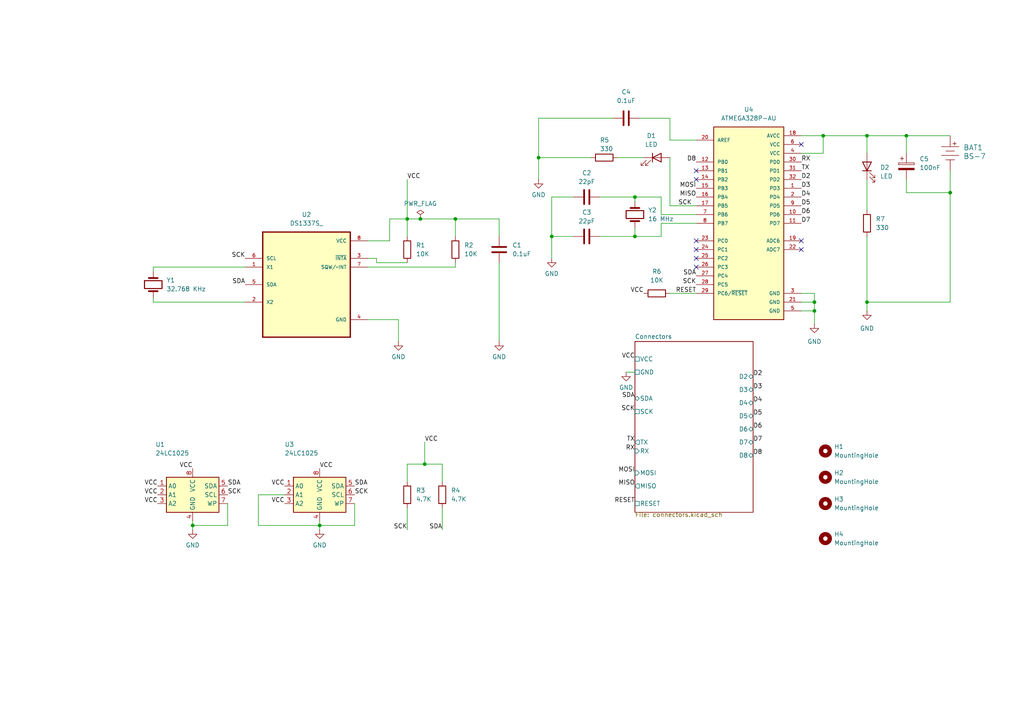
<source format=kicad_sch>
(kicad_sch (version 20250114) (generator "eeschema") (generator_version "9.0")
  (paper "A4")
  (title_block (title "${project_name}") (date "2025-10-24") (rev "1"))
  (lib_symbols
    (symbol "ATMEGA328P-AU:ATMEGA328P-AU" (pin_names (offset 1.016))
      (property "Reference" "U4" (at 0 33.02 0))
      (property "Value" "ATMEGA328P-AU" (at 0 30.48 0))
      (symbol "ATMEGA328P-AU_0_0"
        (rectangle (start -10.16 -27.94) (end 10.16 27.94) (stroke (width 0.254)) (fill (type background)))
        (pin input line (at -15.24 24.13 0) (length 5.08) (name "AREF") (number "20"))
        (pin bidirectional line (at -15.24 17.78 0) (length 5.08) (name "PB0") (number "12"))
        (pin bidirectional line (at -15.24 15.24 0) (length 5.08) (name "PB1") (number "13"))
        (pin bidirectional line (at -15.24 12.7 0) (length 5.08) (name "PB2") (number "14"))
        (pin bidirectional line (at -15.24 10.16 0) (length 5.08) (name "PB3") (number "15"))
        (pin bidirectional line (at -15.24 7.62 0) (length 5.08) (name "PB4") (number "16"))
        (pin bidirectional line (at -15.24 5.08 0) (length 5.08) (name "PB5") (number "17"))
        (pin bidirectional line (at -15.24 2.54 0) (length 5.08) (name "PB6") (number "7"))
        (pin bidirectional line (at -15.24 0 0) (length 5.08) (name "PB7") (number "8"))
        (pin bidirectional line (at -15.24 -5.08 0) (length 5.08) (name "PC0") (number "23"))
        (pin bidirectional line (at -15.24 -7.62 0) (length 5.08) (name "PC1") (number "24"))
        (pin bidirectional line (at -15.24 -10.16 0) (length 5.08) (name "PC2") (number "25"))
        (pin bidirectional line (at -15.24 -12.7 0) (length 5.08) (name "PC3") (number "26"))
        (pin bidirectional line (at -15.24 -15.24 0) (length 5.08) (name "PC4") (number "27"))
        (pin bidirectional line (at -15.24 -17.78 0) (length 5.08) (name "PC5") (number "28"))
        (pin bidirectional line (at -15.24 -20.32 0) (length 5.08) (name "PC6/~{RESET}") (number "29"))
        (pin power_in line (at 15.24 25.4 180) (length 5.08) (name "AVCC") (number "18"))
        (pin power_in line (at 15.24 22.86 180) (length 5.08) (name "VCC") (number "6"))
        (pin power_in line (at 15.24 20.32 180) (length 5.08) (name "VCC") (number "4"))
        (pin bidirectional line (at 15.24 17.78 180) (length 5.08) (name "PD0") (number "30"))
        (pin bidirectional line (at 15.24 15.24 180) (length 5.08) (name "PD1") (number "31"))
        (pin bidirectional line (at 15.24 12.7 180) (length 5.08) (name "PD2") (number "32"))
        (pin bidirectional line (at 15.24 10.16 180) (length 5.08) (name "PD3") (number "1"))
        (pin bidirectional line (at 15.24 7.62 180) (length 5.08) (name "PD4") (number "2"))
        (pin bidirectional line (at 15.24 5.08 180) (length 5.08) (name "PD5") (number "9"))
        (pin bidirectional line (at 15.24 2.54 180) (length 5.08) (name "PD6") (number "10"))
        (pin bidirectional line (at 15.24 0 180) (length 5.08) (name "PD7") (number "11"))
        (pin bidirectional line (at 15.24 -5.08 180) (length 5.08) (name "ADC6") (number "19"))
        (pin bidirectional line (at 15.24 -7.62 180) (length 5.08) (name "ADC7") (number "22"))
        (pin power_in line (at 15.24 -20.32 180) (length 5.08) (name "GND") (number "3"))
        (pin power_in line (at 15.24 -22.86 180) (length 5.08) (name "GND") (number "21"))
        (pin power_in line (at 15.24 -25.4 180) (length 5.08) (name "GND") (number "5"))
      )
    )
    (symbol "DS1337S_:DS1337S_" (pin_names (offset 1.016))
      (property "Reference" "U" (at -12.7 16.24 0))
      (property "Value" "DS1337S_" (at -12.7 -19.24 0))
      (symbol "DS1337S__0_0"
        (rectangle (start -12.7 -15.24) (end 12.7 15.24) (stroke (width 0.41)) (fill (type background)))
        (pin input line (at -17.78 7.62 0) (length 5.08) (name "SCL") (number "6"))
        (pin input line (at -17.78 5.08 0) (length 5.08) (name "X1") (number "1"))
        (pin bidirectional line (at -17.78 0 0) (length 5.08) (name "SDA") (number "5"))
        (pin bidirectional line (at -17.78 -5.08 0) (length 5.08) (name "X2") (number "2"))
        (pin power_in line (at 17.78 12.7 180) (length 5.08) (name "VCC") (number "8"))
        (pin output line (at 17.78 7.62 180) (length 5.08) (name "~{INTA}") (number "3"))
        (pin output line (at 17.78 5.08 180) (length 5.08) (name "SQW/~INT") (number "7"))
        (pin power_in line (at 17.78 -10.16 180) (length 5.08) (name "GND") (number "4"))
      )
    )
    (symbol "Device:C" (pin_numbers (hide yes)) (pin_names (offset 0.254))
      (property "Reference" "C" (at 0.635 2.54 0))
      (property "Value" "C" (at 0.635 -2.54 0))
      (symbol "C_0_1"
        (polyline (pts (xy -2.032 0.762) (xy 2.032 0.762)) (stroke (width 0.508)))
        (polyline (pts (xy -2.032 -0.762) (xy 2.032 -0.762)) (stroke (width 0.508)))
      )
      (symbol "C_1_1"
        (pin passive line (at 0 3.81 270) (length 2.794) (name "~") (number "1"))
        (pin passive line (at 0 -3.81 90) (length 2.794) (name "~") (number "2"))
      )
    )
    (symbol "Device:C_Polarized" (pin_numbers (hide yes)) (pin_names (offset 0.254))
      (property "Reference" "C" (at 0.635 2.54 0))
      (property "Value" "C_Polarized" (at 0.635 -2.54 0))
      (symbol "C_Polarized_0_1"
        (rectangle (start -2.286 0.508) (end 2.286 1.016))
        (polyline (pts (xy -1.778 2.286) (xy -0.762 2.286)))
        (polyline (pts (xy -1.27 2.794) (xy -1.27 1.778)))
        (rectangle (start 2.286 -0.508) (end -2.286 -1.016) (fill (type outline)))
      )
      (symbol "C_Polarized_1_1"
        (pin passive line (at 0 3.81 270) (length 2.794) (name "~") (number "1"))
        (pin passive line (at 0 -3.81 90) (length 2.794) (name "~") (number "2"))
      )
    )
    (symbol "Device:Crystal" (pin_numbers (hide yes)) (pin_names (offset 1.016) (hide yes))
      (property "Reference" "Y" (at 0 3.81 0))
      (property "Value" "Crystal" (at 0 -3.81 0))
      (symbol "Crystal_0_1"
        (polyline (pts (xy -2.54 0) (xy -1.905 0)))
        (polyline (pts (xy -1.905 -1.27) (xy -1.905 1.27)) (stroke (width 0.508)))
        (rectangle (start -1.143 2.54) (end 1.143 -2.54) (stroke (width 0.3048)))
        (polyline (pts (xy 1.905 -1.27) (xy 1.905 1.27)) (stroke (width 0.508)))
        (polyline (pts (xy 2.54 0) (xy 1.905 0)))
      )
      (symbol "Crystal_1_1"
        (pin passive line (at -3.81 0 0) (length 1.27) (name "1") (number "1"))
        (pin passive line (at 3.81 0 180) (length 1.27) (name "2") (number "2"))
      )
    )
    (symbol "Device:LED" (pin_numbers (hide yes)) (pin_names (offset 1.016) (hide yes))
      (property "Reference" "D" (at 0 2.54 0))
      (property "Value" "LED" (at 0 -2.54 0))
      (symbol "LED_0_1"
        (polyline (pts (xy -3.048 -0.762) (xy -4.572 -2.286) (xy -3.81 -2.286) (xy -4.572 -2.286) (xy -4.572 -1.524)))
        (polyline (pts (xy -1.778 -0.762) (xy -3.302 -2.286) (xy -2.54 -2.286) (xy -3.302 -2.286) (xy -3.302 -1.524)))
        (polyline (pts (xy -1.27 0) (xy 1.27 0)))
        (polyline (pts (xy -1.27 -1.27) (xy -1.27 1.27)) (stroke (width 0.254)))
        (polyline (pts (xy 1.27 -1.27) (xy 1.27 1.27) (xy -1.27 0) (xy 1.27 -1.27)) (stroke (width 0.254)))
      )
      (symbol "LED_1_1"
        (pin passive line (at -3.81 0 0) (length 2.54) (name "K") (number "1"))
        (pin passive line (at 3.81 0 180) (length 2.54) (name "A") (number "2"))
      )
    )
    (symbol "Device:R" (pin_numbers (hide yes)) (pin_names (offset 0))
      (property "Reference" "R" (at 2.032 0 90))
      (property "Value" "R" (at 0 0 90))
      (symbol "R_0_1"
        (rectangle (start -1.016 -2.54) (end 1.016 2.54) (stroke (width 0.254)))
      )
      (symbol "R_1_1"
        (pin passive line (at 0 3.81 270) (length 1.27) (name "~") (number "1"))
        (pin passive line (at 0 -3.81 90) (length 1.27) (name "~") (number "2"))
      )
    )
    (symbol "Mechanical:MountingHole" (pin_names (offset 1.016)) (in_bom no)
      (property "Reference" "H" (at 0 5.08 0))
      (property "Value" "MountingHole" (at 0 3.175 0))
      (symbol "MountingHole_0_1"
        (circle (center 0 0) (radius 1.27) (stroke (width 1.27)))
      )
    )
    (symbol "Memory_EEPROM:24LC1025"
      (property "Reference" "U" (at -6.35 6.35 0))
      (property "Value" "24LC1025" (at 1.27 6.35 0))
      (symbol "24LC1025_1_1"
        (rectangle (start -7.62 5.08) (end 7.62 -5.08) (stroke (width 0.254)) (fill (type background)))
        (pin input line (at -10.16 2.54 0) (length 2.54) (name "A0") (number "1"))
        (pin input line (at -10.16 0 0) (length 2.54) (name "A1") (number "2"))
        (pin input line (at -10.16 -2.54 0) (length 2.54) (name "A2") (number "3"))
        (pin power_in line (at 0 7.62 270) (length 2.54) (name "VCC") (number "8"))
        (pin power_in line (at 0 -7.62 90) (length 2.54) (name "GND") (number "4"))
        (pin bidirectional line (at 10.16 2.54 180) (length 2.54) (name "SDA") (number "5"))
        (pin input line (at 10.16 0 180) (length 2.54) (name "SCL") (number "6"))
        (pin input line (at 10.16 -2.54 180) (length 2.54) (name "WP") (number "7"))
      )
    )
    (symbol "dk_Battery-Holders-Clips-Contacts:BS-7" (pin_numbers (hide yes)) (pin_names (offset 1.016))
      (property "Reference" "BAT" (at -1.27 3.81 0))
      (property "Value" "BS-7" (at -1.27 -3.81 0))
      (symbol "BS-7_1_1"
        (polyline (pts (xy 0 1.905) (xy 0 2.54)))
        (polyline (pts (xy 0 -2.54) (xy 0 -1.905)))
        (polyline (pts (xy 1.27 2.286) (xy 1.27 3.302)))
        (polyline (pts (xy 1.27 0.635) (xy -1.27 0.635)))
        (polyline (pts (xy 1.27 -1.905) (xy -1.27 -1.905)))
        (polyline (pts (xy 1.778 2.794) (xy 0.762 2.794)))
        (polyline (pts (xy 2.54 1.905) (xy -2.54 1.905)))
        (polyline (pts (xy 2.54 -0.635) (xy -2.54 -0.635)))
        (pin power_out line (at 0 5.08 270) (length 2.54) (name "~") (number "Pos"))
        (pin power_out line (at 0 -5.08 90) (length 2.54) (name "~") (number "Neg"))
      )
    )
    (symbol "power:GND" (power) (pin_numbers (hide yes)) (pin_names (offset 0) (hide yes))
      (property "Value" "GND" (at 0 -3.81 0))
      (symbol "GND_0_1"
        (polyline (pts (xy 0 0) (xy 0 -1.27) (xy 1.27 -1.27) (xy 0 -2.54) (xy -1.27 -1.27) (xy 0 -1.27)))
      )
      (symbol "GND_1_1"
        (pin power_in line (at 0 0 270) (length 0) (name "~") (number "1"))
      )
    )
    (symbol "power:PWR_FLAG" (power) (pin_numbers (hide yes)) (pin_names (offset 0) (hide yes))
      (property "Value" "PWR_FLAG" (at 0 3.81 0))
      (symbol "PWR_FLAG_0_0"
        (pin power_out line (at 0 0 90) (length 0) (name "~") (number "1"))
      )
      (symbol "PWR_FLAG_0_1"
        (polyline (pts (xy 0 0) (xy 0 1.27) (xy -1.016 1.905) (xy 0 2.54) (xy 1.016 1.905) (xy 0 1.27)))
      )
    )
  )
  (junction (at 238.76 39.37))
  (junction (at 123.19 134.62))
  (junction (at 184.15 57.15))
  (junction (at 251.46 87.63))
  (junction (at 184.15 68.58))
  (junction (at 156.21 45.72))
  (junction (at 121.92 63.5))
  (junction (at 251.46 39.37))
  (junction (at 132.08 63.5))
  (junction (at 160.02 68.58))
  (junction (at 236.22 87.63))
  (junction (at 236.22 90.17))
  (junction (at 92.71 152.4))
  (junction (at 262.89 39.37))
  (junction (at 275.59 55.88))
  (junction (at 118.11 63.5))
  (junction (at 55.88 152.4))
  (no_connect (at 232.41 72.39))
  (no_connect (at 232.41 69.85))
  (no_connect (at 201.93 72.39))
  (no_connect (at 201.93 49.53))
  (no_connect (at 201.93 74.93))
  (no_connect (at 201.93 52.07))
  (no_connect (at 201.93 69.85))
  (no_connect (at 232.41 41.91))
  (no_connect (at 201.93 77.47))
  (wire (pts (xy 173.99 57.15) (xy 184.15 57.15)))
  (wire (pts (xy 191.77 57.15) (xy 184.15 57.15)))
  (wire (pts (xy 194.31 59.69) (xy 201.93 59.69)))
  (wire (pts (xy 144.78 76.2) (xy 144.78 99.06)))
  (wire (pts (xy 92.71 152.4) (xy 92.71 153.67)))
  (wire (pts (xy 132.08 63.5) (xy 132.08 68.58)))
  (wire (pts (xy 118.11 63.5) (xy 118.11 68.58)))
  (wire (pts (xy 118.11 139.7) (xy 118.11 134.62)))
  (wire (pts (xy 191.77 62.23) (xy 191.77 57.15)))
  (wire (pts (xy 44.45 77.47) (xy 44.45 78.74)))
  (wire (pts (xy 251.46 87.63) (xy 251.46 90.17)))
  (wire (pts (xy 44.45 87.63) (xy 71.12 87.63)))
  (wire (pts (xy 106.68 69.85) (xy 113.03 69.85)))
  (wire (pts (xy 184.15 57.15) (xy 184.15 58.42)))
  (wire (pts (xy 102.87 152.4) (xy 92.71 152.4)))
  (wire (pts (xy 232.41 44.45) (xy 238.76 44.45)))
  (wire (pts (xy 113.03 69.85) (xy 113.03 63.5)))
  (wire (pts (xy 55.88 152.4) (xy 55.88 153.67)))
  (wire (pts (xy 232.41 87.63) (xy 236.22 87.63)))
  (wire (pts (xy 74.93 152.4) (xy 92.71 152.4)))
  (wire (pts (xy 236.22 85.09) (xy 236.22 87.63)))
  (wire (pts (xy 251.46 39.37) (xy 251.46 44.45)))
  (wire (pts (xy 201.93 64.77) (xy 191.77 64.77)))
  (wire (pts (xy 156.21 34.29) (xy 156.21 45.72)))
  (wire (pts (xy 74.93 143.51) (xy 74.93 152.4)))
  (wire (pts (xy 128.27 147.32) (xy 128.27 153.67)))
  (wire (pts (xy 238.76 39.37) (xy 251.46 39.37)))
  (wire (pts (xy 232.41 39.37) (xy 238.76 39.37)))
  (wire (pts (xy 177.8 34.29) (xy 156.21 34.29)))
  (wire (pts (xy 184.15 68.58) (xy 184.15 66.04)))
  (wire (pts (xy 109.22 76.2) (xy 109.22 74.93)))
  (wire (pts (xy 132.08 77.47) (xy 132.08 76.2)))
  (wire (pts (xy 118.11 134.62) (xy 123.19 134.62)))
  (wire (pts (xy 66.04 146.05) (xy 66.04 152.4)))
  (wire (pts (xy 236.22 90.17) (xy 232.41 90.17)))
  (wire (pts (xy 113.03 63.5) (xy 118.11 63.5)))
  (wire (pts (xy 251.46 39.37) (xy 262.89 39.37)))
  (wire (pts (xy 132.08 63.5) (xy 144.78 63.5)))
  (wire (pts (xy 118.11 63.5) (xy 121.92 63.5)))
  (wire (pts (xy 232.41 85.09) (xy 236.22 85.09)))
  (wire (pts (xy 238.76 44.45) (xy 238.76 39.37)))
  (wire (pts (xy 171.45 45.72) (xy 156.21 45.72)))
  (wire (pts (xy 275.59 49.53) (xy 275.59 55.88)))
  (wire (pts (xy 181.61 107.95) (xy 184.15 107.95)))
  (wire (pts (xy 102.87 146.05) (xy 102.87 152.4)))
  (wire (pts (xy 109.22 74.93) (xy 106.68 74.93)))
  (wire (pts (xy 173.99 68.58) (xy 184.15 68.58)))
  (wire (pts (xy 156.21 45.72) (xy 156.21 52.07)))
  (wire (pts (xy 236.22 87.63) (xy 236.22 90.17)))
  (wire (pts (xy 106.68 92.71) (xy 115.57 92.71)))
  (wire (pts (xy 106.68 77.47) (xy 132.08 77.47)))
  (wire (pts (xy 121.92 63.5) (xy 132.08 63.5)))
  (wire (pts (xy 160.02 57.15) (xy 160.02 68.58)))
  (wire (pts (xy 201.93 62.23) (xy 191.77 62.23)))
  (wire (pts (xy 160.02 68.58) (xy 166.37 68.58)))
  (wire (pts (xy 71.12 77.47) (xy 44.45 77.47)))
  (wire (pts (xy 262.89 39.37) (xy 275.59 39.37)))
  (wire (pts (xy 144.78 63.5) (xy 144.78 68.58)))
  (wire (pts (xy 191.77 64.77) (xy 191.77 68.58)))
  (wire (pts (xy 55.88 151.13) (xy 55.88 152.4)))
  (wire (pts (xy 166.37 57.15) (xy 160.02 57.15)))
  (wire (pts (xy 128.27 134.62) (xy 128.27 139.7)))
  (wire (pts (xy 160.02 68.58) (xy 160.02 74.93)))
  (wire (pts (xy 262.89 52.07) (xy 262.89 55.88)))
  (wire (pts (xy 251.46 52.07) (xy 251.46 60.96)))
  (wire (pts (xy 179.07 45.72) (xy 186.69 45.72)))
  (wire (pts (xy 123.19 128.27) (xy 123.19 134.62)))
  (wire (pts (xy 66.04 152.4) (xy 55.88 152.4)))
  (wire (pts (xy 191.77 68.58) (xy 184.15 68.58)))
  (wire (pts (xy 118.11 52.07) (xy 118.11 63.5)))
  (wire (pts (xy 92.71 151.13) (xy 92.71 152.4)))
  (wire (pts (xy 251.46 68.58) (xy 251.46 87.63)))
  (wire (pts (xy 44.45 86.36) (xy 44.45 87.63)))
  (wire (pts (xy 275.59 55.88) (xy 275.59 87.63)))
  (wire (pts (xy 262.89 44.45) (xy 262.89 39.37)))
  (wire (pts (xy 275.59 87.63) (xy 251.46 87.63)))
  (wire (pts (xy 201.93 40.64) (xy 194.31 40.64)))
  (wire (pts (xy 236.22 90.17) (xy 236.22 93.98)))
  (wire (pts (xy 262.89 55.88) (xy 275.59 55.88)))
  (wire (pts (xy 194.31 40.64) (xy 194.31 34.29)))
  (wire (pts (xy 118.11 76.2) (xy 109.22 76.2)))
  (wire (pts (xy 118.11 147.32) (xy 118.11 153.67)))
  (wire (pts (xy 194.31 85.09) (xy 201.93 85.09)))
  (wire (pts (xy 194.31 45.72) (xy 194.31 59.69)))
  (wire (pts (xy 123.19 134.62) (xy 128.27 134.62)))
  (wire (pts (xy 82.55 143.51) (xy 74.93 143.51)))
  (wire (pts (xy 194.31 34.29) (xy 185.42 34.29)))
  (wire (pts (xy 115.57 92.71) (xy 115.57 99.06)))
  (label "SCK" (at 71.12 74.93 180))
  (label "D2" (at 232.41 52.07 0))
  (label "RESET" (at 201.93 85.09 180))
  (label "VCC" (at 55.88 135.89 180))
  (label "SDA" (at 71.12 82.55 180))
  (label "MOSI" (at 201.93 54.61 180))
  (label "D7" (at 218.44 128.27 0))
  (label "TX" (at 232.41 49.53 0))
  (label "D4" (at 232.41 57.15 0))
  (label "D3" (at 218.44 113.03 0))
  (label "D8" (at 201.93 46.99 180))
  (label "SCK" (at 200.66 59.69 180))
  (label "VCC" (at 45.72 140.97 180))
  (label "SCK" (at 184.15 119.38 180))
  (label "D5" (at 232.41 59.69 0))
  (label "D2" (at 218.44 109.22 0))
  (label "VCC" (at 45.72 143.51 180))
  (label "VCC" (at 82.55 140.97 180))
  (label "SDA" (at 66.04 140.97 0))
  (label "D4" (at 218.44 116.84 0))
  (label "SDA" (at 102.87 140.97 0))
  (label "SDA" (at 128.27 153.67 180))
  (label "SDA" (at 184.15 115.57 180))
  (label "SCK" (at 66.04 143.51 0))
  (label "RX" (at 184.15 130.81 180))
  (label "SCK" (at 102.87 143.51 0))
  (label "SDA" (at 201.93 80.01 180))
  (label "D7" (at 232.41 64.77 0))
  (label "RESET" (at 184.15 146.05 180))
  (label "VCC" (at 82.55 146.05 180))
  (label "SCK" (at 118.11 153.67 180))
  (label "TX" (at 184.15 128.27 180))
  (label "MISO" (at 184.15 140.97 180))
  (label "VCC" (at 92.71 135.89 0))
  (label "SCK" (at 201.93 82.55 180))
  (label "D5" (at 218.44 120.65 0))
  (label "VCC" (at 186.69 85.09 180))
  (label "RX" (at 232.41 46.99 0))
  (label "VCC" (at 123.19 128.27 0))
  (label "D6" (at 218.44 124.46 0))
  (label "VCC" (at 184.15 104.14 180))
  (label "D8" (at 218.44 132.08 0))
  (label "D3" (at 232.41 54.61 0))
  (label "MOSI" (at 184.15 137.16 180))
  (label "VCC" (at 118.11 52.07 0))
  (label "MISO" (at 201.93 57.15 180))
  (label "D6" (at 232.41 62.23 0))
  (label "VCC" (at 45.72 146.05 180))
  (symbol (lib_id "power:GND") (at 156.21 52.07 0) (unit 1)
    (property "Reference" "#PWR08" (effects (hide yes)))
    (property "Value" "GND" (at 156.21 56.515 0))
    (property "Description" "Power symbol creates a global label with name \"GND\" , ground" (effects (hide yes)))
  )
  (symbol (lib_id "power:GND") (at 55.88 153.67 0) (unit 1)
    (property "Reference" "#PWR05" (effects (hide yes)))
    (property "Value" "GND" (at 55.88 158.115 0))
    (property "Description" "Power symbol creates a global label with name \"GND\" , ground" (effects (hide yes)))
  )
  (symbol (lib_id "Device:R") (at 190.5 85.09 90) (unit 1)
    (property "Reference" "R6" (at 190.5 78.74 90))
    (property "Value" "10K" (at 190.5 81.28 90))
    (property "Footprint" "Resistor_SMD:R_0805_2012Metric" (effects (hide yes)))
    (property "Description" "Resistor" (effects (hide yes)))
  )
  (symbol (lib_id "Device:R") (at 118.11 72.39 0) (unit 1)
    (property "Reference" "R1" (at 120.65 71.1199 0) (effects (justify left)))
    (property "Value" "10K" (at 120.65 73.6599 0) (effects (justify left)))
    (property "Footprint" "Resistor_SMD:R_0805_2012Metric" (effects (hide yes)))
    (property "Description" "Resistor" (effects (hide yes)))
  )
  (symbol (lib_id "Device:C") (at 144.78 72.39 0) (unit 1)
    (property "Reference" "C1" (at 148.59 71.1199 0) (effects (justify left)))
    (property "Value" "0.1uF" (at 148.59 73.6599 0) (effects (justify left)))
    (property "Footprint" "Capacitor_SMD:C_0805_2012Metric" (effects (hide yes)))
    (property "Description" "Unpolarized capacitor" (effects (hide yes)))
  )
  (symbol (lib_id "Device:Crystal") (at 44.45 82.55 90) (unit 1)
    (property "Reference" "Y1" (at 48.26 81.2799 90) (effects (justify right)))
    (property "Value" "32.768 KHz" (at 48.26 83.8199 90) (effects (justify right)))
    (property "Footprint" "Crystal:Crystal_SMD_5032-2Pin_5.0x3.2mm_HandSoldering" (effects (hide yes)))
    (property "Description" "Two pin crystal" (effects (hide yes)))
  )
  (symbol (lib_id "Device:LED") (at 190.5 45.72 0) (unit 1)
    (property "Reference" "D1" (at 188.9125 39.37 0))
    (property "Value" "LED" (at 188.9125 41.91 0))
    (property "Footprint" "LED_SMD:LED_0805_2012Metric" (effects (hide yes)))
    (property "Description" "Light emitting diode" (effects (hide yes)))
    (property "Sim.Pins" "1=K 2=A" (effects (hide yes)))
  )
  (symbol (lib_id "Device:C") (at 170.18 57.15 90) (unit 1)
    (property "Reference" "C2" (at 170.18 50.165 90))
    (property "Value" "22pF" (at 170.18 52.705 90))
    (property "Footprint" "Capacitor_SMD:C_0805_2012Metric" (effects (hide yes)))
    (property "Description" "Unpolarized capacitor" (effects (hide yes)))
  )
  (symbol (lib_id "power:GND") (at 236.22 93.98 0) (unit 1)
    (property "Reference" "#PWR07" (effects (hide yes)))
    (property "Value" "GND" (at 236.22 99.06 0))
    (property "Description" "Power symbol creates a global label with name \"GND\" , ground" (effects (hide yes)))
  )
  (symbol (lib_id "Mechanical:MountingHole") (at 239.395 138.43 0) (unit 1) (in_bom no)
    (property "Reference" "H2" (at 241.935 137.1599 0) (effects (justify left)))
    (property "Value" "MountingHole" (at 241.935 139.6999 0) (effects (justify left)))
    (property "Footprint" "MountingHole:MountingHole_2.1mm" (effects (hide yes)))
    (property "Description" "Mounting Hole without connection" (effects (hide yes)))
  )
  (symbol (lib_id "Mechanical:MountingHole") (at 239.395 130.81 0) (unit 1) (in_bom no)
    (property "Reference" "H1" (at 241.935 129.5399 0) (effects (justify left)))
    (property "Value" "MountingHole" (at 241.935 132.0799 0) (effects (justify left)))
    (property "Footprint" "MountingHole:MountingHole_2.1mm" (effects (hide yes)))
    (property "Description" "Mounting Hole without connection" (effects (hide yes)))
  )
  (symbol (lib_id "Memory_EEPROM:24LC1025") (at 55.88 143.51 0) (unit 1)
    (property "Reference" "U1" (at 45.085 128.905 0) (effects (justify left)))
    (property "Value" "24LC1025" (at 45.085 131.445 0) (effects (justify left)))
    (property "Footprint" "Package_SO:SOIC-8_5.23x5.23mm_P1.27mm" (effects (hide yes)))
    (property "Datasheet" "http://ww1.microchip.com/downloads/en/DeviceDoc/21941B.pdf" (effects (hide yes)))
    (property "Description" "I2C Serial EEPROM, 1024Kb, DIP-8/SOIC-8/TSSOP-8/DFN-8" (effects (hide yes)))
  )
  (symbol (lib_id "DS1337S_:DS1337S_") (at 88.9 82.55 0) (unit 1)
    (property "Reference" "U2" (at 88.9 62.23 0))
    (property "Value" "DS1337S_" (at 88.9 64.77 0))
    (property "Footprint" "DS1337S:DS1337S" (effects (hide yes)))
    (property "MF" "Analog Devices" (effects (hide yes)))
    (property "Description_1" "Real Time Clock (RTC) IC Clock/Calendar - I²C, 2-Wire Serial 8-SOIC (0.154, 3.90mm Width)" (effects (hide yes)))
    (property "Package" "SOIC-8 Maxim" (effects (hide yes)))
    (property "Price" "None" (effects (hide yes)))
    (property "SnapEDA_Link" "https://www.snapeda.com/parts/DS1337S/Analog+Devices/view-part/?ref=snap" (effects (hide yes)))
    (property "MP" "DS1337S" (effects (hide yes)))
    (property "Availability" "In Stock" (effects (hide yes)))
    (property "Check_prices" "https://www.snapeda.com/parts/DS1337S/Analog+Devices/view-part/?ref=eda" (effects (hide yes)))
  )
  (symbol (lib_id "Mechanical:MountingHole") (at 239.395 146.05 0) (unit 1) (in_bom no)
    (property "Reference" "H3" (at 241.935 144.7799 0) (effects (justify left)))
    (property "Value" "MountingHole" (at 241.935 147.3199 0) (effects (justify left)))
    (property "Footprint" "MountingHole:MountingHole_2.1mm" (effects (hide yes)))
    (property "Description" "Mounting Hole without connection" (effects (hide yes)))
  )
  (symbol (lib_id "power:PWR_FLAG") (at 121.92 63.5 0) (unit 1)
    (property "Reference" "#FLG01" (effects (hide yes)))
    (property "Value" "PWR_FLAG" (at 121.92 59.055 0))
    (property "Description" "Special symbol for telling ERC where power comes from" (effects (hide yes)))
  )
  (symbol (lib_id "power:GND") (at 181.61 107.95 0) (unit 1)
    (property "Reference" "#PWR09" (effects (hide yes)))
    (property "Value" "GND" (at 181.61 112.395 0))
    (property "Description" "Power symbol creates a global label with name \"GND\" , ground" (effects (hide yes)))
  )
  (symbol (lib_id "Device:Crystal") (at 184.15 62.23 90) (unit 1)
    (property "Reference" "Y2" (at 187.96 60.9599 90) (effects (justify right)))
    (property "Value" "16 MHz" (at 187.96 63.4999 90) (effects (justify right)))
    (property "Footprint" "Crystal:Crystal_SMD_5032-2Pin_5.0x3.2mm_HandSoldering" (effects (hide yes)))
    (property "Description" "Two pin crystal" (effects (hide yes)))
  )
  (symbol (lib_id "Device:R") (at 128.27 143.51 0) (unit 1)
    (property "Reference" "R4" (at 130.81 142.2399 0) (effects (justify left)))
    (property "Value" "4.7K" (at 130.81 144.7799 0) (effects (justify left)))
    (property "Footprint" "Resistor_SMD:R_0805_2012Metric" (effects (hide yes)))
    (property "Description" "Resistor" (effects (hide yes)))
  )
  (symbol (lib_id "Device:LED") (at 251.46 48.26 90) (unit 1)
    (property "Reference" "D2" (at 255.27 48.5774 90) (effects (justify right)))
    (property "Value" "LED" (at 255.27 51.1174 90) (effects (justify right)))
    (property "Footprint" "LED_SMD:LED_0805_2012Metric" (effects (hide yes)))
    (property "Description" "Light emitting diode" (effects (hide yes)))
    (property "Sim.Pins" "1=K 2=A" (effects (hide yes)))
  )
  (symbol (lib_id "power:GND") (at 144.78 99.06 0) (unit 1)
    (property "Reference" "#PWR04" (effects (hide yes)))
    (property "Value" "GND" (at 144.78 103.505 0))
    (property "Description" "Power symbol creates a global label with name \"GND\" , ground" (effects (hide yes)))
  )
  (symbol (lib_id "Device:R") (at 175.26 45.72 90) (unit 1)
    (property "Reference" "R5" (at 173.99 40.6399 90) (effects (justify right)))
    (property "Value" "330" (at 173.99 43.1799 90) (effects (justify right)))
    (property "Footprint" "Resistor_SMD:R_0805_2012Metric" (effects (hide yes)))
    (property "Description" "Resistor" (effects (hide yes)))
  )
  (symbol (lib_id "ATMEGA328P-AU:ATMEGA328P-AU") (at 217.17 64.77 0) (unit 1)
    (property "Reference" "U4" (at 217.17 31.75 0))
    (property "Value" "ATMEGA328P-AU" (at 217.17 34.29 0))
    (property "Footprint" "ATMEGA328P-AU:ATMEGA328P-AU" (effects (hide yes)))
    (property "DigiKey_Part_Number" "ATMEGA328P-AU-ND" (effects (hide yes)))
    (property "SnapEDA_Link" "https://www.snapeda.com/parts/ATMEGA328P-AU/Microchip+Technology/view-part/?ref=snap" (effects (hide yes)))
    (property "MAXIMUM_PACKAGE_HEIGHT" "1.20mm" (effects (hide yes)))
    (property "Package" "TQFP-32 Microchip" (effects (hide yes)))
    (property "Check_prices" "https://www.snapeda.com/parts/ATMEGA328P-AU/Microchip+Technology/view-part/?ref=eda" (effects (hide yes)))
    (property "STANDARD" "IPC-7351B" (effects (hide yes)))
    (property "PARTREV" "8271A" (effects (hide yes)))
    (property "MF" "MICROCHIP TECH." (effects (hide yes)))
    (property "MP" "ATMEGA328P-AU" (effects (hide yes)))
    (property "Description_1" "MCU 8-bit - AVR ATmega Family ATmega328 Series Microcontrollers - 20 MHz - 32 KB - 2 KB - 32 Pins." (effects (hide yes)))
    (property "MANUFACTURER" "Microchip" (effects (hide yes)))
  )
  (symbol (lib_id "power:GND") (at 92.71 153.67 0) (unit 1)
    (property "Reference" "#PWR06" (effects (hide yes)))
    (property "Value" "GND" (at 92.71 158.115 0))
    (property "Description" "Power symbol creates a global label with name \"GND\" , ground" (effects (hide yes)))
  )
  (symbol (lib_id "Mechanical:MountingHole") (at 239.395 156.21 0) (unit 1) (in_bom no)
    (property "Reference" "H4" (at 241.935 154.9399 0) (effects (justify left)))
    (property "Value" "MountingHole" (at 241.935 157.4799 0) (effects (justify left)))
    (property "Footprint" "MountingHole:MountingHole_2.1mm" (effects (hide yes)))
    (property "Description" "Mounting Hole without connection" (effects (hide yes)))
  )
  (symbol (lib_id "power:GND") (at 251.46 90.17 0) (unit 1)
    (property "Reference" "#PWR01" (effects (hide yes)))
    (property "Value" "GND" (at 251.46 95.25 0))
    (property "Description" "Power symbol creates a global label with name \"GND\" , ground" (effects (hide yes)))
  )
  (symbol (lib_id "dk_Battery-Holders-Clips-Contacts:BS-7") (at 275.59 44.45 0) (unit 1)
    (property "Reference" "BAT1" (at 279.4 42.7989 0) (effects (font (size 1.524 1.524)) (justify left)))
    (property "Value" "BS-7" (at 279.4 45.3389 0) (effects (font (size 1.524 1.524)) (justify left)))
    (property "Footprint" "Connector_PinHeader_2.54mm:PinHeader_1x02_P2.54mm_Vertical" (effects (hide yes)))
    (property "Datasheet" "http://www.memoryprotectiondevices.com/datasheets/BS-7-datasheet.pdf" (effects (hide yes)))
    (property "Description" "BATTERY HOLDER COIN 20MM PC PIN" (effects (hide yes)))
    (property "Digi-Key_PN" "BS-7-ND" (effects (hide yes)))
    (property "MPN" "BS-7" (effects (hide yes)))
    (property "Category" "Battery Products" (effects (hide yes)))
    (property "Family" "Battery Holders, Clips, Contacts" (effects (hide yes)))
    (property "DK_Datasheet_Link" "http://www.memoryprotectiondevices.com/datasheets/BS-7-datasheet.pdf" (effects (hide yes)))
    (property "DK_Detail_Page" "/product-detail/en/mpd-memory-protection-devices/BS-7/BS-7-ND/389447" (effects (hide yes)))
    (property "Description_1" "BATTERY HOLDER COIN 20MM PC PIN" (effects (hide yes)))
    (property "Manufacturer" "MPD (Memory Protection Devices)" (effects (hide yes)))
    (property "Status" "Active" (effects (hide yes)))
  )
  (symbol (lib_id "Device:R") (at 132.08 72.39 0) (unit 1)
    (property "Reference" "R2" (at 134.62 71.1199 0) (effects (justify left)))
    (property "Value" "10K" (at 134.62 73.6599 0) (effects (justify left)))
    (property "Footprint" "Resistor_SMD:R_0805_2012Metric" (effects (hide yes)))
    (property "Description" "Resistor" (effects (hide yes)))
  )
  (symbol (lib_id "Device:C_Polarized") (at 262.89 48.26 0) (unit 1)
    (property "Reference" "C5" (at 266.7 46.1009 0) (effects (justify left)))
    (property "Value" "100nF" (at 266.7 48.6409 0) (effects (justify left)))
    (property "Footprint" "Capacitor_SMD:C_0805_2012Metric" (effects (hide yes)))
    (property "Description" "Polarized capacitor" (effects (hide yes)))
  )
  (symbol (lib_id "Device:C") (at 181.61 34.29 90) (unit 1)
    (property "Reference" "C4" (at 181.61 26.67 90))
    (property "Value" "0.1uF" (at 181.61 29.21 90))
    (property "Footprint" "Capacitor_SMD:C_0805_2012Metric" (effects (hide yes)))
    (property "Description" "Unpolarized capacitor" (effects (hide yes)))
  )
  (symbol (lib_id "Device:R") (at 251.46 64.77 0) (unit 1)
    (property "Reference" "R7" (at 254 63.4999 0) (effects (justify left)))
    (property "Value" "330" (at 254 66.0399 0) (effects (justify left)))
    (property "Footprint" "Resistor_SMD:R_0805_2012Metric" (effects (hide yes)))
    (property "Description" "Resistor" (effects (hide yes)))
  )
  (symbol (lib_id "power:GND") (at 115.57 99.06 0) (unit 1)
    (property "Reference" "#PWR03" (effects (hide yes)))
    (property "Value" "GND" (at 115.57 103.505 0))
    (property "Description" "Power symbol creates a global label with name \"GND\" , ground" (effects (hide yes)))
  )
  (symbol (lib_id "Memory_EEPROM:24LC1025") (at 92.71 143.51 0) (unit 1)
    (property "Reference" "U3" (at 82.55 128.905 0) (effects (justify left)))
    (property "Value" "24LC1025" (at 82.55 131.445 0) (effects (justify left)))
    (property "Footprint" "Package_SO:SOIC-8_5.23x5.23mm_P1.27mm" (effects (hide yes)))
    (property "Datasheet" "http://ww1.microchip.com/downloads/en/DeviceDoc/21941B.pdf" (effects (hide yes)))
    (property "Description" "I2C Serial EEPROM, 1024Kb, DIP-8/SOIC-8/TSSOP-8/DFN-8" (effects (hide yes)))
  )
  (symbol (lib_id "power:GND") (at 160.02 74.93 0) (unit 1)
    (property "Reference" "#PWR02" (effects (hide yes)))
    (property "Value" "GND" (at 160.02 79.375 0))
    (property "Description" "Power symbol creates a global label with name \"GND\" , ground" (effects (hide yes)))
  )
  (symbol (lib_id "Device:R") (at 118.11 143.51 0) (unit 1)
    (property "Reference" "R3" (at 120.65 142.2399 0) (effects (justify left)))
    (property "Value" "4.7K" (at 120.65 144.7799 0) (effects (justify left)))
    (property "Footprint" "Resistor_SMD:R_0805_2012Metric" (effects (hide yes)))
    (property "Description" "Resistor" (effects (hide yes)))
  )
  (symbol (lib_id "Device:C") (at 170.18 68.58 90) (unit 1)
    (property "Reference" "C3" (at 170.18 61.595 90))
    (property "Value" "22pF" (at 170.18 64.135 90))
    (property "Footprint" "Capacitor_SMD:C_0805_2012Metric" (effects (hide yes)))
    (property "Description" "Unpolarized capacitor" (effects (hide yes)))
  )
  (sheet (at 184.15 99.06) (size 34.29 49.53) (stroke (width 0.1524))
    (property "Sheetname" "Connectors" (at 184.15 98.3484 0) (effects (justify left bottom)))
    (property "Sheetfile" "connectors.kicad_sch" (at 184.15 148.5396 0) (effects (justify left top)))
    (pin "SDA" bidirectional (at 184.15 115.57 180))
    (pin "MOSI" input (at 184.15 137.16 180))
    (pin "RESET" passive (at 184.15 146.05 180))
    (pin "SCK" passive (at 184.15 119.38 180))
    (pin "RX" input (at 184.15 130.81 180))
    (pin "TX" output (at 184.15 128.27 180))
    (pin "VCC" passive (at 184.15 104.14 180))
    (pin "GND" passive (at 184.15 107.95 180))
    (pin "D2" bidirectional (at 218.44 109.22 0))
    (pin "D5" bidirectional (at 218.44 120.65 0))
    (pin "D4" bidirectional (at 218.44 116.84 0))
    (pin "D7" bidirectional (at 218.44 128.27 0))
    (pin "D6" bidirectional (at 218.44 124.46 0))
    (pin "D8" bidirectional (at 218.44 132.08 0))
    (pin "D3" bidirectional (at 218.44 113.03 0))
    (pin "MISO" output (at 184.15 140.97 180))
  )
)
</source>
